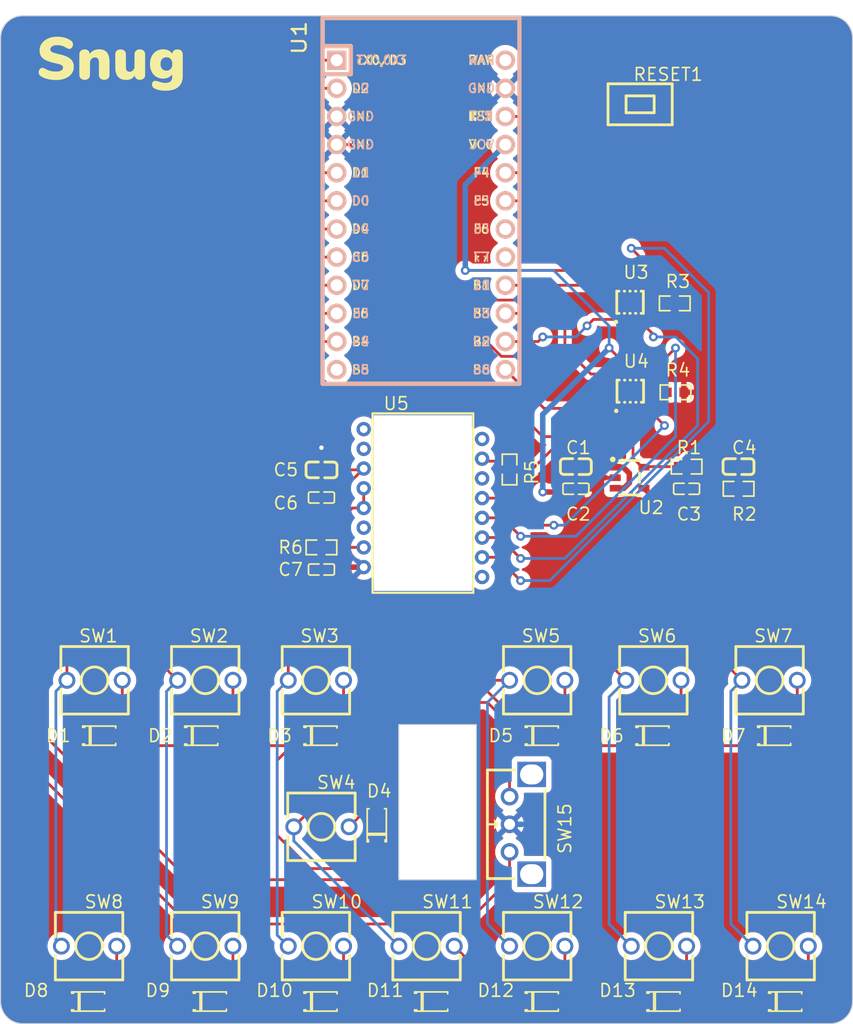
<source format=kicad_pcb>
(kicad_pcb (version 20221018) (generator pcbnew)
  (layers (0 "F.Cu" signal) (31 "B.Cu" signal) (34 "B.Paste" user) (35 "F.Paste" user) (36 "B.SilkS" user "B.Silkscreen") (37 "F.SilkS" user "F.Silkscreen") (38 "B.Mask" user) (39 "F.Mask" user) (44 "Edge.Cuts" user))
  (net 0 "")
  (net 1 "COL4")
  (net 2 "COL5")
  (net 3 "GND")
  (net 4 "RE0B")
  (net 5 "RE0A")
  (net 6 "COL0")
  (net 7 "COL1")
  (net 8 "COL2")
  (net 9 "COL3")
  (net 10 "COL6")
  (net 11 "NCS")
  (net 12 "MOSI")
  (net 13 "MISO")
  (net 14 "SCLK")
  (net 17 "ROW1")
  (net 18 "ROW0")
  (net 19 "VCC")
  (net 20 "RESET")
  (net 23 "Net-(D1-A)")
  (net 24 "Net-(D2-A)")
  (net 25 "Net-(D3-A)")
  (net 26 "Net-(D4-A)")
  (net 27 "Net-(D5-A)")
  (net 28 "Net-(D6-A)")
  (net 29 "Net-(D7-A)")
  (net 30 "Net-(D8-A)")
  (net 31 "Net-(D9-A)")
  (net 32 "Net-(D10-A)")
  (net 33 "Net-(D11-A)")
  (net 34 "Net-(D12-A)")
  (net 35 "Net-(D13-A)")
  (net 36 "Net-(D14-A)")
  (net 37 "Net-(U2-FB)")
  (net 38 "Net-(U2-OUT)")
  (net 39 "NCS1.9V")
  (net 40 "SCLK1.9V")
  (net 41 "MISO1.9V")
  (net 42 "MOSI1.9V")
  (net 43 "Net-(U5-VDDPIX)")
  (net 44 "Net-(U5-~{RESET})")
  (net 46 "Net-(U5-LED_P)")
  (footprint "0:C0402" (layer "F.Cu") (at 191 73.71)
    (fp_text reference "C3")
    (fp_text value "0.1uF" hide)
  )
  (footprint "0:SW-TH_L6.2-W6.2-P5.00" (layer "F.Cu") (at 199.5 115)
    (fp_text reference "SW14")
    (fp_text value "SW_PUSH" hide)
  )
  (footprint "0:Diode 1N4148W C2099" (layer "F.Cu") (at 137 120)
    (fp_text reference "D8")
    (fp_text value "D" hide)
  )
  (footprint "0:Diode 1N4148W C2099" (layer "F.Cu") (at 200 120)
    (fp_text reference "D14")
    (fp_text value "D" hide)
  )
  (footprint "0:SW-TH_L6.2-W6.2-P5.00" (layer "F.Cu") (at 167.5 115)
    (fp_text reference "SW11")
    (fp_text value "SW_PUSH" hide)
  )
  (footprint "0:Diode 1N4148W C2099" (layer "F.Cu") (at 158 120)
    (fp_text reference "D10")
    (fp_text value "D" hide)
  )
  (footprint "0:Diode 1N4148W C2099" (layer "F.Cu") (at 189 120)
    (fp_text reference "D13")
    (fp_text value "D" hide)
  )
  (footprint "0:SW-TH_L6.2-W6.2-P5.00" (layer "F.Cu") (at 147.5 115)
    (fp_text reference "SW9")
    (fp_text value "SW_PUSH" hide)
  )
  (footprint "0:Diode 1N4148W C2099" (layer "F.Cu") (at 199 96)
    (fp_text reference "D7")
    (fp_text value "D" hide)
  )
  (footprint "0:TXS0102DCUR C53434" (layer "F.Cu") (at 185.89 56.87)
    (fp_text reference "U3")
    (fp_text value "TXS0102DCU" hide)
  )
  (footprint "0:SW-TH_L6.2-W6.2-P5.00" (layer "F.Cu") (at 157.5 91)
    (fp_text reference "SW3")
    (fp_text value "SW_PUSH" hide)
  )
  (footprint "0:R0603" (layer "F.Cu") (at 190 65)
    (fp_text reference "R4")
    (fp_text value "10k" hide)
  )
  (footprint "0:SW-TH_L6.2-W6.2-P5.00" (layer "F.Cu") (at 188.5 115)
    (fp_text reference "SW13")
    (fp_text value "SW_PUSH" hide)
  )
  (footprint "Logos:Snug" (layer "F.Cu") (at 139 36)
    (fp_text reference "G***" hide)
    (fp_text value "LOGO" hide)
  )
  (footprint "0:C0402" (layer "F.Cu") (at 158 74.5 180)
    (fp_text reference "C6")
    (fp_text value "0.1uF" hide)
  )
  (footprint "0:C0603" (layer "F.Cu") (at 181 71.71)
    (fp_text reference "C1")
    (fp_text value "10uF" hide)
  )
  (footprint "0:Diode 1N4148W C2099" (layer "F.Cu") (at 158 96)
    (fp_text reference "D3")
    (fp_text value "D" hide)
  )
  (footprint "0:SW-TH_L6.2-W6.2-P5.00" (layer "F.Cu") (at 177.5 115)
    (fp_text reference "SW12")
    (fp_text value "SW_PUSH" hide)
  )
  (footprint "0:Diode 1N4148W C2099" (layer "F.Cu") (at 188 96)
    (fp_text reference "D6")
    (fp_text value "D" hide)
  )
  (footprint "0:R0603" (layer "F.Cu") (at 175 71.97 -90)
    (fp_text reference "R5")
    (fp_text value "39" hide)
  )
  (footprint "0:SW-TH_CEN971112R02" (layer "F.Cu") (at 176 104 -90)
    (fp_text reference "SW15")
    (fp_text value "RotaryEncoder" hide)
  )
  (footprint "0:C0402" (layer "F.Cu") (at 181 73.71)
    (fp_text reference "C2")
    (fp_text value "0.1uF" hide)
  )
  (footprint "0:SW-TH_L6.2-W6.2-P5.00" (layer "F.Cu") (at 188 91)
    (fp_text reference "SW6")
    (fp_text value "SW_PUSH" hide)
  )
  (footprint "PMW3360DM-T2QU:PMW3360" (layer "F.Cu") (at 167.17 75)
    (fp_text reference "U5")
    (fp_text value "PMW3360DM-T2QU")
    (fp_line (start -4.445 -7.9375) (end 4.445 -7.9375) (stroke (width 0.01)) (layer "Edge.Cuts"))
    (fp_line (start -4.445 7.9375) (end -4.445 -7.9375) (stroke (width 0.01)) (layer "Edge.Cuts"))
    (fp_line (start 4.445 -7.9375) (end 4.445 7.9375) (stroke (width 0.01)) (layer "Edge.Cuts"))
    (fp_line (start 4.445 7.9375) (end -4.445 7.9375) (stroke (width 0.01)) (layer "Edge.Cuts"))
  )
  (footprint "0:SW-TH_L6.2-W6.2-P5.00" (layer "F.Cu") (at 137 115)
    (fp_text reference "SW8")
    (fp_text value "SW_PUSH" hide)
  )
  (footprint "0:Diode 1N4148W C2099" (layer "F.Cu") (at 168 120)
    (fp_text reference "D11")
    (fp_text value "D" hide)
  )
  (footprint "0:SW-TH_L6.2-W6.2-P5.00" (layer "F.Cu") (at 137.5 91)
    (fp_text reference "SW1")
    (fp_text value "SW_PUSH" hide)
  )
  (footprint "0:R0603" (layer "F.Cu") (at 195.7 73.71)
    (fp_text reference "R2")
    (fp_text value "63.4k" hide)
  )
  (footprint "0:SW-TH_L6.2-W6.2-P5.00" (layer "F.Cu") (at 198.5 91)
    (fp_text reference "SW7")
    (fp_text value "SW_PUSH" hide)
  )
  (footprint "0:TXS0102DCUR C53434" (layer "F.Cu") (at 185.91 64.9)
    (fp_text reference "U4")
    (fp_text value "TXS0102DCU" hide)
  )
  (footprint "0:Diode 1N4148W C2099" (layer "F.Cu") (at 138 96)
    (fp_text reference "D1")
    (fp_text value "D" hide)
  )
  (footprint "0:Diode 1N4148W C2099" (layer "F.Cu") (at 178 96)
    (fp_text reference "D5")
    (fp_text value "D" hide)
  )
  (footprint "0:Diode 1N4148W C2099" (layer "F.Cu") (at 178 120)
    (fp_text reference "D12")
    (fp_text value "D" hide)
  )
  (footprint "0:Reset SW" (layer "F.Cu") (at 186.8 39)
    (fp_text reference "RESET1")
    (fp_text value "SW_PUSH" hide)
  )
  (footprint "0:R0603" (layer "F.Cu") (at 191 71.71)
    (fp_text reference "R1")
    (fp_text value "37.4k" hide)
  )
  (footprint "0:Diode 1N4148W C2099" (layer "F.Cu") (at 147.225 96)
    (fp_text reference "D2")
    (fp_text value "D" hide)
  )
  (footprint "Keebio Lib:ArduinoProMicro" (layer "F.Cu") (at 167 48.98675 -90)
    (fp_text reference "U1")
    (fp_text value "ProMicro" hide)
  )
  (footprint "0:R0603" (layer "F.Cu") (at 158 79)
    (fp_text reference "R6")
    (fp_text value "10k" hide)
  )
  (footprint "0:R0603" (layer "F.Cu") (at 189.93 56.97)
    (fp_text reference "R3")
    (fp_text value "10k" hide)
  )
  (footprint "0:SW-TH_L6.2-W6.2-P5.00" (layer "F.Cu") (at 177.5 91)
    (fp_text reference "SW5")
    (fp_text value "SW_PUSH" hide)
  )
  (footprint "0:SW-TH_L6.2-W6.2-P5.00" (layer "F.Cu") (at 157.5 115)
    (fp_text reference "SW10")
    (fp_text value "SW_PUSH" hide)
  )
  (footprint "0:Diode 1N4148W C2099" (layer "F.Cu") (at 148 120)
    (fp_text reference "D9")
    (fp_text value "D" hide)
  )
  (footprint "0:TPS73601DBVR C59200" (layer "F.Cu") (at 185.85 72.71 180)
    (fp_text reference "U2")
    (fp_text value "TPS73601DBV" hide)
  )
  (footprint "0:C0603" (layer "F.Cu") (at 158 72 180)
    (fp_text reference "C5")
    (fp_text value "10uF" hide)
  )
  (footprint "0:Diode 1N4148W C2099" (layer "F.Cu") (at 163 104 90)
    (fp_text reference "D4")
    (fp_text value "D" hide)
  )
  (footprint "0:C0603" (layer "F.Cu") (at 195.7 71.71)
    (fp_text reference "C4" hide)
    (fp_text value "10uF" hide)
  )
  (footprint "0:C0402" (layer "F.Cu") (at 158 81)
    (fp_text reference "C7")
    (fp_text value "0.1uF" hide)
  )
  (footprint "0:SW-TH_L6.2-W6.2-P5.00" (layer "F.Cu") (at 147.5 91)
    (fp_text reference "SW2")
    (fp_text value "SW_PUSH" hide)
  )
  (footprint "0:SW-TH_L6.2-W6.2-P5.00" (layer "F.Cu") (at 158 104.225)
    (fp_text reference "SW4")
    (fp_text value "SW_PUSH" hide)
  )
  (gr_line (start 129 120) (end 129 33) (stroke (width 0.1)) (layer "Edge.Cuts"))
  (gr_line (start 165 95) (end 172 95) (stroke (width 0.1)) (layer "Edge.Cuts"))
  (gr_arc (start 206 120) (mid 205.414214 121.414214) (end 204 122) (stroke (width 0.1)) (layer "Edge.Cuts"))
  (gr_line (start 165 109) (end 165 95) (stroke (width 0.1)) (layer "Edge.Cuts"))
  (gr_arc (start 129 33) (mid 129.585786 31.585786) (end 131 31) (stroke (width 0.1)) (layer "Edge.Cuts"))
  (gr_line (start 131 31) (end 204 31) (stroke (width 0.1)) (layer "Edge.Cuts"))
  (gr_line (start 206 33) (end 206 120) (stroke (width 0.1)) (layer "Edge.Cuts"))
  (gr_arc (start 204 31) (mid 205.414214 31.585786) (end 206 33) (stroke (width 0.1)) (layer "Edge.Cuts"))
  (gr_line (start 172 95) (end 172 109) (stroke (width 0.1)) (layer "Edge.Cuts"))
  (gr_arc (start 131 122) (mid 129.585786 121.414214) (end 129 120) (stroke (width 0.1)) (layer "Edge.Cuts"))
  (gr_line (start 172 109) (end 165 109) (stroke (width 0.1)) (layer "Edge.Cuts"))
  (gr_line (start 204 122) (end 131 122) (stroke (width 0.1)) (layer "Edge.Cuts"))
  (gr_text "C4" (at 195 70) (layer "F.SilkS") (effects (font (size 1.143 1.143) (thickness 0.152)) (justify left)))
  (segment (start 152 81) (end 156 85) (width 0.25) (layer "F.Cu") (net 1))
  (segment (start 152.66325 55.33675) (end 144 64) (width 0.25) (layer "F.Cu") (net 1))
  (segment (start 144 64) (end 144 77) (width 0.25) (layer "F.Cu") (net 1))
  (segment (start 159.38 55.33675) (end 152.66325 55.33675) (width 0.25) (layer "F.Cu") (net 1))
  (segment (start 165 91) (end 175 91) (width 0.25) (layer "F.Cu") (net 1))
  (segment (start 144 77) (end 148 81) (width 0.25) (layer "F.Cu") (net 1))
  (segment (start 159 85) (end 165 91) (width 0.25) (layer "F.Cu") (net 1))
  (segment (start 148 81) (end 152 81) (width 0.25) (layer "F.Cu") (net 1))
  (segment (start 156 85) (end 159 85) (width 0.25) (layer "F.Cu") (net 1))
  (segment (start 173 113) (end 175 115) (width 0.25) (layer "B.Cu") (net 1))
  (segment (start 175 91) (end 173 93) (width 0.25) (layer "B.Cu") (net 1))
  (segment (start 173 93) (end 173 113) (width 0.25) (layer "B.Cu") (net 1))
  (segment (start 146 77) (end 148 79) (width 0.25) (layer "F.Cu") (net 2))
  (segment (start 152 79) (end 156 83) (width 0.25) (layer "F.Cu") (net 2))
  (segment (start 181.5 87) (end 185.5 91) (width 0.25) (layer "F.Cu") (net 2))
  (segment (start 148 79) (end 152 79) (width 0.25) (layer "F.Cu") (net 2))
  (segment (start 146 65) (end 146 77) (width 0.25) (layer "F.Cu") (net 2))
  (segment (start 153.12325 57.87675) (end 146 65) (width 0.25) (layer "F.Cu") (net 2))
  (segment (start 163 87) (end 181.5 87) (width 0.25) (layer "F.Cu") (net 2))
  (segment (start 159.38 57.87675) (end 153.12325 57.87675) (width 0.25) (layer "F.Cu") (net 2))
  (segment (start 159 83) (end 163 87) (width 0.25) (layer "F.Cu") (net 2))
  (segment (start 156 83) (end 159 83) (width 0.25) (layer "F.Cu") (net 2))
  (segment (start 185.5 91) (end 184 92.5) (width 0.25) (layer "B.Cu") (net 2))
  (segment (start 184 92.5) (end 184 113) (width 0.25) (layer "B.Cu") (net 2))
  (segment (start 184 113) (end 186 115) (width 0.25) (layer "B.Cu") (net 2))
  (segment (start 190.85 64.903) (end 190.753 65) (width 0.5) (layer "F.Cu") (net 3))
  (segment (start 190.683 56.97) (end 190.85 57.137) (width 0.5) (layer "F.Cu") (net 3))
  (segment (start 185.66 65.75) (end 183.91 64) (width 0.25) (layer "F.Cu") (net 3))
  (segment (start 172.650145 60.14579) (end 172.650145 56.67545) (width 0.25) (layer "F.Cu") (net 3))
  (segment (start 160.63675 42.63675) (end 159.38 42.63675) (width 0.25) (layer "F.Cu") (net 3))
  (segment (start 182.63545 56.67545) (end 183.655 57.695) (width 0.25) (layer "F.Cu") (net 3))
  (segment (start 157.3 72) (end 157.3 70.7) (width 0.5) (layer "F.Cu") (net 3))
  (segment (start 172.650145 56.67545) (end 182.63545 56.67545) (width 0.25) (layer "F.Cu") (net 3))
  (segment (start 165 47) (end 160.63675 42.63675) (width 0.25) (layer "F.Cu") (net 3))
  (segment (start 157.3 72) (end 157.3 74.345) (width 0.5) (layer "F.Cu") (net 3))
  (segment (start 167 55) (end 172.14579 60.14579) (width 0.25) (layer "F.Cu") (net 3))
  (segment (start 185.66 66.45) (end 185.66 65.75) (width 0.25) (layer "F.Cu") (net 3))
  (segment (start 190.982 65) (end 190.753 65) (width 0.5) (layer "F.Cu") (net 3))
  (segment (start 182.7 72.71) (end 184.7125 72.71) (width 0.25) (layer "F.Cu") (net 3))
  (segment (start 167 55) (end 167 51.025305) (width 0.25) (layer "F.Cu") (net 3))
  (segment (start 157.3 74.345) (end 157.455 74.5) (width 0.5) (layer "F.Cu") (net 3))
  (segment (start 175.75545 61.75545) (end 174.259805 61.75545) (width 0.25) (layer "F.Cu") (net 3))
  (segment (start 172.14579 60.14579) (end 172.650145 60.14579) (width 0.25) (layer "F.Cu") (net 3))
  (segment (start 158.76 80.785) (end 158.545 81) (width 0.5) (layer "F.Cu") (net 3))
  (segment (start 185.64 57.72) (end 185.64 58.42) (width 0.25) (layer "F.Cu") (net 3))
  (segment (start 165 49.025305) (end 165 47) (width 0.25) (layer "F.Cu") (net 3))
  (segment (start 161.82 80.785) (end 158.76 80.785) (width 0.5) (layer "F.Cu") (net 3))
  (segment (start 167 51.025305) (end 165 49.025305) (width 0.25) (layer "F.Cu") (net 3))
  (segment (start 183.91 64) (end 178 64) (width 0.25) (layer "F.Cu") (net 3))
  (segment (start 157.3 70.7) (end 158 70) (width 0.5) (layer "F.Cu") (net 3))
  (segment (start 196.4 73.657) (end 196.453 73.71) (width 0.5) (layer "F.Cu") (net 3))
  (segment (start 183.655 57.695) (end 185.615 57.695) (width 0.25) (layer "F.Cu") (net 3))
  (segment (start 181.7 71.71) (end 182.7 72.71) (width 0.25) (layer "F.Cu") (net 3))
  (segment (start 178 64) (end 175.75545 61.75545) (width 0.25) (layer "F.Cu") (net 3))
  (segment (start 185.615 57.695) (end 185.64 57.72) (width 0.25) (layer "F.Cu") (net 3))
  (segment (start 174.259805 61.75545) (end 172.650145 60.14579) (width 0.25) (layer "F.Cu") (net 3))
  (via (at 158 70) (size 0.8) (drill 0.4) (layers "F.Cu" "B.Cu") (net 3))
  (segment (start 165 48.25675) (end 165 53) (width 0.5) (layer "B.Cu") (net 3))
  (segment (start 158 70) (end 158 68) (width 0.5) (layer "B.Cu") (net 3))
  (segment (start 159 66) (end 165 60) (width 0.5) (layer "B.Cu") (net 3))
  (segment (start 158 67) (end 159 66) (width 0.5) (layer "B.Cu") (net 3))
  (segment (start 159.38 42.63675) (end 165 48.25675) (width 0.5) (layer "B.Cu") (net 3))
  (segment (start 175 104) (end 176.13137 104) (width 0.5) (layer "B.Cu") (net 3))
  (segment (start 158 68) (end 158 67) (width 0.5) (layer "B.Cu") (net 3))
  (segment (start 165 60) (end 165 53) (width 0.5) (layer "B.Cu") (net 3))
  (segment (start 131 59) (end 154.98325 35.01675) (width 0.25) (layer "F.Cu") (net 4))
  (segment (start 175 109) (end 171 113) (width 0.25) (layer "F.Cu") (net 4))
  (segment (start 131 98) (end 131 59) (width 0.25) (layer "F.Cu") (net 4))
  (segment (start 159.38 35.01675) (end 154.98325 35.01675) (width 0.25) (layer "F.Cu") (net 4))
  (segment (start 146 113) (end 131 98) (width 0.25) (layer "F.Cu") (net 4))
  (segment (start 171 113) (end 146 113) (width 0.25) (layer "F.Cu") (net 4))
  (segment (start 175 106.5) (end 175 109) (width 0.25) (layer "F.Cu") (net 4))
  (segment (start 154.44325 37.55675) (end 133 59) (width 0.25) (layer "F.Cu") (net 5))
  (segment (start 175 95) (end 175 101.5) (width 0.25) (layer "F.Cu") (net 5))
  (segment (start 133 59) (end 133 96) (width 0.25) (layer "F.Cu") (net 5))
  (segment (start 161.55 109) (end 164 106.55) (width 0.25) (layer "F.Cu") (net 5))
  (segment (start 165 93) (end 173 93) (width 0.25) (layer "F.Cu") (net 5))
  (segment (start 159.38 37.55675) (end 154.44325 37.55675) (width 0.25) (layer "F.Cu") (net 5))
  (segment (start 133 96) (end 146 109) (width 0.25) (layer "F.Cu") (net 5))
  (segment (start 164 94) (end 165 93) (width 0.25) (layer "F.Cu") (net 5))
  (segment (start 146 109) (end 161.55 109) (width 0.25) (layer "F.Cu") (net 5))
  (segment (start 173 93) (end 175 95) (width 0.25) (layer "F.Cu") (net 5))
  (segment (start 164 106.55) (end 164 94) (width 0.25) (layer "F.Cu") (net 5))
  (segment (start 150.82325 45.17675) (end 135 61) (width 0.25) (layer "F.Cu") (net 6))
  (segment (start 159.38 45.17675) (end 150.82325 45.17675) (width 0.25) (layer "F.Cu") (net 6))
  (segment (start 135 61) (end 135 91) (width 0.25) (layer "F.Cu") (net 6))
  (segment (start 134 114.5) (end 134.5 115) (width 0.25) (layer "B.Cu") (net 6))
  (segment (start 134 92) (end 134 114.5) (width 0.25) (layer "B.Cu") (net 6))
  (segment (start 135 91) (end 134 92) (width 0.25) (layer "B.Cu") (net 6))
  (segment (start 138 84) (end 145 91) (width 0.25) (layer "F.Cu") (net 7))
  (segment (start 151.28325 47.71675) (end 138 61) (width 0.25) (layer "F.Cu") (net 7))
  (segment (start 138 61) (end 138 84) (width 0.25) (layer "F.Cu") (net 7))
  (segment (start 159.38 47.71675) (end 151.28325 47.71675) (width 0.25) (layer "F.Cu") (net 7))
  (segment (start 144 92) (end 144 114) (width 0.25) (layer "B.Cu") (net 7))
  (segment (start 144 114) (end 145 115) (width 0.25) (layer "B.Cu") (net 7))
  (segment (start 145 91) (end 144 92) (width 0.25) (layer "B.Cu") (net 7))
  (segment (start 140 80) (end 145 85) (width 0.25) (layer "F.Cu") (net 8))
  (segment (start 159.38 50.25675) (end 151.74325 50.25675) (width 0.25) (layer "F.Cu") (net 8))
  (segment (start 140 62) (end 140 80) (width 0.25) (layer "F.Cu") (net 8))
  (segment (start 151.74325 50.25675) (end 140 62) (width 0.25) (layer "F.Cu") (net 8))
  (segment (start 151 85) (end 155 89) (width 0.25) (layer "F.Cu") (net 8))
  (segment (start 145 85) (end 151 85) (width 0.25) (layer "F.Cu") (net 8))
  (segment (start 155 89) (end 155 91) (width 0.25) (layer "F.Cu") (net 8))
  (segment (start 154 114) (end 155 115) (width 0.25) (layer "B.Cu") (net 8))
  (segment (start 155 91) (end 154 92) (width 0.25) (layer "B.Cu") (net 8))
  (segment (start 154 92) (end 154 114) (width 0.25) (layer "B.Cu") (net 8))
  (segment (start 159.38 52.79675) (end 152.20325 52.79675) (width 0.25) (layer "F.Cu") (net 9))
  (segment (start 156 87) (end 159 87) (width 0.25) (layer "F.Cu") (net 9))
  (segment (start 162 97.725) (end 155.5 104.225) (width 0.25) (layer "F.Cu") (net 9))
  (segment (start 142 63) (end 142 78) (width 0.25) (layer "F.Cu") (net 9))
  (segment (start 142 78) (end 147 83) (width 0.25) (layer "F.Cu") (net 9))
  (segment (start 159 87) (end 162 90) (width 0.25) (layer "F.Cu") (net 9))
  (segment (start 147 83) (end 152 83) (width 0.25) (layer "F.Cu") (net 9))
  (segment (start 152.20325 52.79675) (end 142 63) (width 0.25) (layer "F.Cu") (net 9))
  (segment (start 152 83) (end 156 87) (width 0.25) (layer "F.Cu") (net 9))
  (segment (start 162 90) (end 162 97.725) (width 0.25) (layer "F.Cu") (net 9))
  (segment (start 155.5 104.225) (end 155.5 105.5) (width 0.25) (layer "B.Cu") (net 9))
  (segment (start 155.5 105.5) (end 165 115) (width 0.25) (layer "B.Cu") (net 9))
  (segment (start 159.38 60.41675) (end 153.58325 60.41675) (width 0.25) (layer "F.Cu") (net 10))
  (segment (start 148 66) (end 148 75) (width 0.25) (layer "F.Cu") (net 10))
  (segment (start 159.55 82.55) (end 163 86) (width 0.25) (layer "F.Cu") (net 10))
  (segment (start 163 86) (end 191 86) (width 0.25) (layer "F.Cu") (net 10))
  (segment (start 156.55 82.55) (end 159.55 82.55) (width 0.25) (layer "F.Cu") (net 10))
  (segment (start 153.58325 60.41675) (end 148 66) (width 0.25) (layer "F.Cu") (net 10))
  (segment (start 148 75) (end 150 77) (width 0.25) (layer "F.Cu") (net 10))
  (segment (start 150 77) (end 151 77) (width 0.25) (layer "F.Cu") (net 10))
  (segment (start 151 77) (end 156.55 82.55) (width 0.25) (layer "F.Cu") (net 10))
  (segment (start 191 86) (end 196 91) (width 0.25) (layer "F.Cu") (net 10))
  (segment (start 195 113) (end 197 115) (width 0.25) (layer "B.Cu") (net 10))
  (segment (start 195 92) (end 195 113) (width 0.25) (layer "B.Cu") (net 10))
  (segment (start 196 91) (end 195 92) (width 0.25) (layer "B.Cu") (net 10))
  (segment (start 185.16 66.45) (end 178.11325 66.45) (width 0.25) (layer "F.Cu") (net 11))
  (segment (start 178.11325 66.45) (end 174.62 62.95675) (width 0.25) (layer "F.Cu") (net 11))
  (segment (start 182.58 58.42) (end 182 59) (width 0.25) (layer "F.Cu") (net 12))
  (segment (start 185.14 58.42) (end 182.58 58.42) (width 0.25) (layer "F.Cu") (net 12))
  (segment (start 174.62 60.41675) (end 177.58325 60.41675) (width 0.25) (layer "F.Cu") (net 12))
  (segment (start 177.58325 60.41675) (end 178 60) (width 0.25) (layer "F.Cu") (net 12))
  (via (at 182 59) (size 0.8) (drill 0.4) (layers "F.Cu" "B.Cu") (net 12))
  (via (at 178 60) (size 0.8) (drill 0.4) (layers "F.Cu" "B.Cu") (net 12))
  (segment (start 178 60) (end 181 60) (width 0.25) (layer "B.Cu") (net 12))
  (segment (start 181 60) (end 182 59) (width 0.25) (layer "B.Cu") (net 12))
  (segment (start 180 61) (end 180 59) (width 0.25) (layer "F.Cu") (net 13))
  (segment (start 182.35 63.35) (end 180 61) (width 0.25) (layer "F.Cu") (net 13))
  (segment (start 174.62 57.87675) (end 178.87675 57.87675) (width 0.25) (layer "F.Cu") (net 13))
  (segment (start 185.16 63.35) (end 182.35 63.35) (width 0.25) (layer "F.Cu") (net 13))
  (segment (start 178.87675 57.87675) (end 180 59) (width 0.25) (layer "F.Cu") (net 13))
  (segment (start 174.62 55.33675) (end 185.12325 55.33675) (width 0.25) (layer "F.Cu") (net 14))
  (segment (start 185.12325 55.33675) (end 185.14 55.32) (width 0.25) (layer "F.Cu") (net 14))
  (segment (start 155.408 96.9) (end 156.308 96) (width 0.25) (layer "F.Cu") (net 17))
  (segment (start 158.775 105.775) (end 158 105) (width 0.25) (layer "F.Cu") (net 17))
  (segment (start 155.425 96.8) (end 156.225 96) (width 0.25) (layer "F.Cu") (net 17))
  (segment (start 176.225 95.225) (end 176.225 96) (width 0.25) (layer "F.Cu") (net 17))
  (segment (start 173 92) (end 176.225 95.225) (width 0.25) (layer "F.Cu") (net 17))
  (segment (start 186.71675 47.71675) (end 174.62 47.71675) (width 0.25) (layer "F.Cu") (net 17))
  (segment (start 146.433 96.9) (end 155.408 96.9) (width 0.25) (layer "F.Cu") (net 17))
  (segment (start 176.308 96) (end 177.208 96.9) (width 0.25) (layer "F.Cu") (net 17))
  (segment (start 163 99) (end 163 94) (width 0.25) (layer "F.Cu") (net 17))
  (segment (start 186.308 96) (end 187.208 96.9) (width 0.25) (layer "F.Cu") (net 17))
  (segment (start 199 91) (end 199 60) (width 0.25) (layer "F.Cu") (net 17))
  (segment (start 197.225 92.775) (end 199 91) (width 0.25) (layer "F.Cu") (net 17))
  (segment (start 137.208 96.9) (end 144.633 96.9) (width 0.25) (layer "F.Cu") (net 17))
  (segment (start 163 94) (end 165 92) (width 0.25) (layer "F.Cu") (net 17))
  (segment (start 157 108) (end 161 108) (width 0.25) (layer "F.Cu") (net 17))
  (segment (start 136.308 96) (end 137.208 96.9) (width 0.25) (layer "F.Cu") (net 17))
  (segment (start 158 104) (end 163 99) (width 0.25) (layer "F.Cu") (net 17))
  (segment (start 158 105) (end 158 104) (width 0.25) (layer "F.Cu") (net 17))
  (segment (start 199 60) (end 186.71675 47.71675) (width 0.25) (layer "F.Cu") (net 17))
  (segment (start 156.225 96) (end 154 98.225) (width 0.25) (layer "F.Cu") (net 17))
  (segment (start 197.225 96) (end 197.225 92.775) (width 0.25) (layer "F.Cu") (net 17))
  (segment (start 154 98.225) (end 154 105) (width 0.25) (layer "F.Cu") (net 17))
  (segment (start 163 105.775) (end 158.775 105.775) (width 0.25) (layer "F.Cu") (net 17))
  (segment (start 196.408 96.9) (end 197.308 96) (width 0.25) (layer "F.Cu") (net 17))
  (segment (start 145.533 96) (end 146.433 96.9) (width 0.25) (layer "F.Cu") (net 17))
  (segment (start 144.633 96.9) (end 145.533 96) (width 0.25) (layer "F.Cu") (net 17))
  (segment (start 163 106) (end 163 105.775) (width 0.25) (layer "F.Cu") (net 17))
  (segment (start 185.408 96.9) (end 186.308 96) (width 0.25) (layer "F.Cu") (net 17))
  (segment (start 161 108) (end 163 106) (width 0.25) (layer "F.Cu") (net 17))
  (segment (start 165 92) (end 173 92) (width 0.25) (layer "F.Cu") (net 17))
  (segment (start 177.208 96.9) (end 185.408 96.9) (width 0.25) (layer "F.Cu") (net 17))
  (segment (start 187.208 96.9) (end 196.408 96.9) (width 0.25) (layer "F.Cu") (net 17))
  (segment (start 154 105) (end 157 108) (width 0.25) (layer "F.Cu") (net 17))
  (segment (start 203 74) (end 200 71) (width 0.25) (layer "F.Cu") (net 18))
  (segment (start 147.208 120.9) (end 155.408 120.9) (width 0.25) (layer "F.Cu") (net 18))
  (segment (start 186.408 120.9) (end 187.308 120) (width 0.25) (layer "F.Cu") (net 18))
  (segment (start 176.308 120) (end 177.208 120.9) (width 0.25) (layer "F.Cu") (net 18))
  (segment (start 145.408 120.9) (end 146.308 120) (width 0.25) (layer "F.Cu") (net 18))
  (segment (start 156.308 120) (end 157.208 120.9) (width 0.25) (layer "F.Cu") (net 18))
  (segment (start 199 116) (end 199 101) (width 0.25) (layer "F.Cu") (net 18))
  (segment (start 166.308 120) (end 167.208 120.9) (width 0.25) (layer "F.Cu") (net 18))
  (segment (start 165.408 120.9) (end 166.308 120) (width 0.25) (layer "F.Cu") (net 18))
  (segment (start 135.308 120) (end 136.208 120.9) (width 0.25) (layer "F.Cu") (net 18))
  (segment (start 136.208 120.9) (end 145.408 120.9) (width 0.25) (layer "F.Cu") (net 18))
  (segment (start 197.408 120.9) (end 198.308 120) (width 0.25) (layer "F.Cu") (net 18))
  (segment (start 200 59) (end 186.17675 45.17675) (width 0.25) (layer "F.Cu") (net 18))
  (segment (start 203 97) (end 203 74) (width 0.25) (layer "F.Cu") (net 18))
  (segment (start 175.408 120.9) (end 176.308 120) (width 0.25) (layer "F.Cu") (net 18))
  (segment (start 186.17675 45.17675) (end 174.62 45.17675) (width 0.25) (layer "F.Cu") (net 18))
  (segment (start 157.208 120.9) (end 165.408 120.9) (width 0.25) (layer "F.Cu") (net 18))
  (segment (start 199 101) (end 203 97) (width 0.25) (layer "F.Cu") (net 18))
  (segment (start 167.208 120.9) (end 175.408 120.9) (width 0.25) (layer "F.Cu") (net 18))
  (segment (start 187.308 120) (end 188.208 120.9) (width 0.25) (layer "F.Cu") (net 18))
  (segment (start 188.208 120.9) (end 197.408 120.9) (width 0.25) (layer "F.Cu") (net 18))
  (segment (start 198.225 116.775) (end 199 116) (width 0.25) (layer "F.Cu") (net 18))
  (segment (start 198.225 120) (end 198.225 116.775) (width 0.25) (layer "F.Cu") (net 18))
  (segment (start 146.308 120) (end 147.208 120.9) (width 0.25) (layer "F.Cu") (net 18))
  (segment (start 155.408 120.9) (end 156.308 120) (width 0.25) (layer "F.Cu") (net 18))
  (segment (start 177.208 120.9) (end 186.408 120.9) (width 0.25) (layer "F.Cu") (net 18))
  (segment (start 200 71) (end 200 59) (width 0.25) (layer "F.Cu") (net 18))
  (segment (start 185.825 73.175) (end 185.825 72.311472) (width 0.5) (layer "F.Cu") (net 19))
  (segment (start 183.7625 70.81) (end 180.85 70.81) (width 0.5) (layer "F.Cu") (net 19))
  (segment (start 184.7125 73.66) (end 185.34 73.66) (width 0.5) (layer "F.Cu") (net 19))
  (segment (start 185.64 55.32) (end 185.64 54.62) (width 0.25) (layer "F.Cu") (net 19))
  (segment (start 180.3 71.71) (end 180.3 73.555) (width 0.5) (layer "F.Cu") (net 19))
  (segment (start 185.66 63.35) (end 185.66 62.66) (width 0.25) (layer "F.Cu") (net 19))
  (segment (start 180.165 74) (end 180.455 73.71) (width 0.5) (layer "F.Cu") (net 19))
  (segment (start 180.3 73.555) (end 180.455 73.71) (width 0.5) (layer "F.Cu") (net 19))
  (segment (start 185.02 54) (end 171 54) (width 0.25) (layer "F.Cu") (net 19))
  (segment (start 180.85 70.81) (end 180.3 71.36) (width 0.5) (layer "F.Cu") (net 19))
  (segment (start 178 74) (end 180.165 74) (width 0.5) (layer "F.Cu") (net 19))
  (segment (start 185.825 72.311472) (end 185.273528 71.76) (width 0.5) (layer "F.Cu") (net 19))
  (segment (start 185.273528 71.76) (end 184.7125 71.76) (width 0.5) (layer "F.Cu") (net 19))
  (segment (start 184.7125 71.76) (end 183.7625 70.81) (width 0.5) (layer "F.Cu") (net 19))
  (segment (start 185.64 54.62) (end 185.02 54) (width 0.25) (layer "F.Cu") (net 19))
  (segment (start 185.34 73.66) (end 185.825 73.175) (width 0.5) (layer "F.Cu") (net 19))
  (segment (start 180.3 71.36) (end 180.3 71.71) (width 0.5) (layer "F.Cu") (net 19))
  (segment (start 185.66 62.66) (end 184 61) (width 0.25) (layer "F.Cu") (net 19))
  (via (at 178 74) (size 0.8) (drill 0.4) (layers "F.Cu" "B.Cu") (net 19))
  (via (at 184 61) (size 0.8) (drill 0.4) (layers "F.Cu" "B.Cu") (net 19))
  (via (at 171 54) (size 0.8) (drill 0.4) (layers "F.Cu" "B.Cu") (net 19))
  (segment (start 174.62 42.63675) (end 171 46.25675) (width 0.5) (layer "B.Cu") (net 19))
  (segment (start 184 61) (end 184 59) (width 0.25) (layer "B.Cu") (net 19))
  (segment (start 178 67) (end 184 61) (width 0.5) (layer "B.Cu") (net 19))
  (segment (start 184 59) (end 179 54) (width 0.25) (layer "B.Cu") (net 19))
  (segment (start 178 74) (end 178 67) (width 0.5) (layer "B.Cu") (net 19))
  (segment (start 171 46.25675) (end 171 54) (width 0.5) (layer "B.Cu") (net 19))
  (segment (start 179 54) (end 171 54) (width 0.25) (layer "B.Cu") (net 19))
  (segment (start 180 39) (end 178.90325 40.09675) (width 0.25) (layer "F.Cu") (net 20))
  (segment (start 178.90325 40.09675) (end 174.62 40.09675) (width 0.25) (layer "F.Cu") (net 20))
  (segment (start 182.6 39) (end 180 39) (width 0.25) (layer "F.Cu") (net 20))
  (segment (start 140 95.775) (end 139.775 96) (width 0.25) (layer "F.Cu") (net 23))
  (segment (start 140 91) (end 140 95.775) (width 0.25) (layer "F.Cu") (net 23))
  (segment (start 150 95) (end 149 96) (width 0.25) (layer "F.Cu") (net 24))
  (segment (start 150 91) (end 150 95) (width 0.25) (layer "F.Cu") (net 24))
  (segment (start 160 91) (end 160 95.775) (width 0.25) (layer "F.Cu") (net 25))
  (segment (start 160 95.775) (end 159.775 96) (width 0.25) (layer "F.Cu") (net 25))
  (segment (start 160.5 104.225) (end 162.5 102.225) (width 0.25) (layer "F.Cu") (net 26))
  (segment (start 162.5 102.225) (end 163 102.225) (width 0.25) (layer "F.Cu") (net 26))
  (segment (start 180 91) (end 180 95.775) (width 0.25) (layer "F.Cu") (net 27))
  (segment (start 180 95.775) (end 179.775 96) (width 0.25) (layer "F.Cu") (net 27))
  (segment (start 190.5 95.275) (end 189.775 96) (width 0.25) (layer "F.Cu") (net 28))
  (segment (start 190.5 91) (end 190.5 95.275) (width 0.25) (layer "F.Cu") (net 28))
  (segment (start 201 95.775) (end 200.775 96) (width 0.25) (layer "F.Cu") (net 29))
  (segment (start 201 91) (end 201 95.775) (width 0.25) (layer "F.Cu") (net 29))
  (segment (start 139.5 115) (end 139.5 119.275) (width 0.25) (layer "F.Cu") (net 30))
  (segment (start 139.5 119.275) (end 138.775 120) (width 0.25) (layer "F.Cu") (net 30))
  (segment (start 150 119.775) (end 149.775 120) (width 0.25) (layer "F.Cu") (net 31))
  (segment (start 150 115) (end 150 119.775) (width 0.25) (layer "F.Cu") (net 31))
  (segment (start 160 115) (end 160 119.775) (width 0.25) (layer "F.Cu") (net 32))
  (segment (start 160 119.775) (end 159.775 120) (width 0.25) (layer "F.Cu") (net 32))
  (segment (start 171 118.775) (end 169.775 120) (width 0.25) (layer "F.Cu") (net 33))
  (segment (start 171 116) (end 171 118.775) (width 0.25) (layer "F.Cu") (net 33))
  (segment (start 170 115) (end 171 116) (width 0.25) (layer "F.Cu") (net 33))
  (segment (start 180 119.775) (end 179.775 120) (width 0.25) (layer "F.Cu") (net 34))
  (segment (start 180 115) (end 180 119.775) (width 0.25) (layer "F.Cu") (net 34))
  (segment (start 191 119.775) (end 190.775 120) (width 0.25) (layer "F.Cu") (net 35))
  (segment (start 191 115) (end 191 119.775) (width 0.25) (layer "F.Cu") (net 35))
  (segment (start 202 115) (end 202 119.775) (width 0.25) (layer "F.Cu") (net 36))
  (segment (start 202 119.775) (end 201.775 120) (width 0.25) (layer "F.Cu") (net 36))
  (segment (start 191.753 73.502) (end 191.545 73.71) (width 0.25) (layer "F.Cu") (net 37))
  (segment (start 191.753 71.71) (end 191.753 73.502) (width 0.25) (layer "F.Cu") (net 37))
  (segment (start 194.947 73.71) (end 191.545 73.71) (width 0.25) (layer "F.Cu") (net 37))
  (segment (start 188.3275 75) (end 190.48 75) (width 0.25) (layer "F.Cu") (net 37))
  (segment (start 190.48 75) (end 191.545 73.935) (width 0.25) (layer "F.Cu") (net 37))
  (segment (start 191.545 73.935) (end 191.545 73.71) (width 0.25) (layer "F.Cu") (net 37))
  (segment (start 186.9875 73.66) (end 188.3275 75) (width 0.25) (layer "F.Cu") (net 37))
  (segment (start 174 65) (end 160 65) (width 0.25) (layer "F.Cu") (net 38))
  (segment (start 186.14 56.02) (end 186.14 55.32) (width 0.25) (layer "F.Cu") (net 38))
  (segment (start 187.0375 71.71) (end 190.247 71.71) (width 0.25) (layer "F.Cu") (net 38))
  (segment (start 187.09 56.97) (end 187.03 56.97) (width 0.25) (layer "F.Cu") (net 38))
  (segment (start 178 69) (end 174 65) (width 0.25) (layer "F.Cu") (net 38))
  (segment (start 160.802 75.445) (end 161.82 75.445) (width 0.25) (layer "F.Cu") (net 38))
  (segment (start 187.03 56.97) (end 186.14 57.86) (width 0.25) (layer "F.Cu") (net 38))
  (segment (start 189.177 56.97) (end 187.09 56.97) (width 0.25) (layer "F.Cu") (net 38))
  (segment (start 157.455 79.208) (end 157.247 79) (width 0.25) (layer "F.Cu") (net 38))
  (segment (start 156 69) (end 156 77) (width 0.25) (layer "F.Cu") (net 38))
  (segment (start 157.247 78.247) (end 157.247 79) (width 0.25) (layer "F.Cu") (net 38))
  (segment (start 186.14 58.42) (end 186.14 63.33) (width 0.25) (layer "F.Cu") (net 38))
  (segment (start 157.455 81) (end 157.455 79.208) (width 0.25) (layer "F.Cu") (net 38))
  (segment (start 186.9875 71.76) (end 187.0375 71.71) (width 0.25) (layer "F.Cu") (net 38))
  (segment (start 194.243 70.953) (end 195 71.71) (width 0.25) (layer "F.Cu") (net 38))
  (segment (start 186.16 70.9325) (end 186.16 67) (width 0.25) (layer "F.Cu") (net 38))
  (segment (start 161.82 75.445) (end 161.82 73.665) (width 0.25) (layer "F.Cu") (net 38))
  (segment (start 156 77) (end 157.247 78.247) (width 0.25) (layer "F.Cu") (net 38))
  (segment (start 180 69) (end 184.16 69) (width 0.25) (layer "F.Cu") (net 38))
  (segment (start 157.247 79) (end 160.802 75.445) (width 0.25) (layer "F.Cu") (net 38))
  (segment (start 187 65) (end 186.16 65.84) (width 0.25) (layer "F.Cu") (net 38))
  (segment (start 190.247 71.71) (end 190.247 73.502) (width 0.25) (layer "F.Cu") (net 38))
  (segment (start 186.14 57.86) (end 186.14 58.42) (width 0.25) (layer "F.Cu") (net 38))
  (segment (start 187.09 56.97) (end 186.14 56.02) (width 0.25) (layer "F.Cu") (net 38))
  (segment (start 190.247 73.502) (end 190.455 73.71) (width 0.25) (layer "F.Cu") (net 38))
  (segment (start 175 72.723) (end 176.277 72.723) (width 0.25) (layer "F.Cu") (net 38))
  (segment (start 186.16 65.84) (end 186.16 66.45) (width 0.25) (layer "F.Cu") (net 38))
  (segment (start 189.247 65) (end 187.11 65) (width 0.25) (layer "F.Cu") (net 38))
  (segment (start 186.14 63.33) (end 186.16 63.35) (width 0.25) (layer "F.Cu") (net 38))
  (segment (start 186.16 67) (end 186.16 66.45) (width 0.25) (layer "F.Cu") (net 38))
  (segment (start 186.9875 71.76) (end 186.16 70.9325) (width 0.25) (layer "F.Cu") (net 38))
  (segment (start 176.277 72.723) (end 180 69) (width 0.25) (layer "F.Cu") (net 38))
  (segment (start 184.16 69) (end 186.16 67) (width 0.25) (layer "F.Cu") (net 38))
  (segment (start 190.247 71.71) (end 191.004 70.953) (width 0.25) (layer "F.Cu") (net 38))
  (segment (start 180 69) (end 178 69) (width 0.25) (layer "F.Cu") (net 38))
  (segment (start 160 65) (end 156 69) (width 0.25) (layer "F.Cu") (net 38))
  (segment (start 186.16 64.05) (end 186.16 63.35) (width 0.25) (layer "F.Cu") (net 38))
  (segment (start 191.004 70.953) (end 194.243 70.953) (width 0.25) (layer "F.Cu") (net 38))
  (segment (start 187.11 65) (end 186.16 64.05) (width 0.25) (layer "F.Cu") (net 38))
  (segment (start 187.11 65) (end 187 65) (width 0.25) (layer "F.Cu") (net 38))
  (segment (start 177 77) (end 174.555 74.555) (width 0.25) (layer "F.Cu") (net 39))
  (segment (start 174.555 74.555) (end 172.52 74.555) (width 0.25) (layer "F.Cu") (net 39))
  (segment (start 186.66 66.45) (end 187.45 66.45) (width 0.25) (layer "F.Cu") (net 39))
  (segment (start 187.45 66.45) (end 189 68) (width 0.25) (layer "F.Cu") (net 39))
  (segment (start 179 77) (end 177 77) (width 0.25) (layer "F.Cu") (net 39))
  (via (at 179 77) (size 0.8) (drill 0.4) (layers "F.Cu" "B.Cu") (net 39))
  (via (at 189 68) (size 0.8) (drill 0.4) (layers "F.Cu" "B.Cu") (net 39))
  (segment (start 179 77) (end 180 77) (width 0.25) (layer "B.Cu") (net 39))
  (segment (start 180 77) (end 189 68) (width 0.25) (layer "B.Cu") (net 39))
  (segment (start 172.52 79.895) (end 173.895 79.895) (width 0.25) (layer "F.Cu") (net 40))
  (segment (start 173.895 79.895) (end 176 82) (width 0.25) (layer "F.Cu") (net 40))
  (segment (start 186.64 52.64) (end 186 52) (width 0.25) (layer "F.Cu") (net 40))
  (segment (start 186.64 55.32) (end 186.64 52.64) (width 0.25) (layer "F.Cu") (net 40))
  (via (at 186 52) (size 0.8) (drill 0.4) (layers "F.Cu" "B.Cu") (net 40))
  (via (at 176 82) (size 0.8) (drill 0.4) (layers "F.Cu" "B.Cu") (net 40))
  (segment (start 193 56) (end 189 52) (width 0.25) (layer "B.Cu") (net 40))
  (segment (start 178.636396 82) (end 193 67.636396) (width 0.25) (layer "B.Cu") (net 40))
  (segment (start 193 67.636396) (end 193 56) (width 0.25) (layer "B.Cu") (net 40))
  (segment (start 189 52) (end 186 52) (width 0.25) (layer "B.Cu") (net 40))
  (segment (start 176 82) (end 178.636396 82) (width 0.25) (layer "B.Cu") (net 40))
  (segment (start 172.52 76.335) (end 174.335 76.335) (width 0.25) (layer "F.Cu") (net 41))
  (segment (start 174.335 76.335) (end 176 78) (width 0.25) (layer "F.Cu") (net 41))
  (segment (start 186.66 63.35) (end 187.65 63.35) (width 0.25) (layer "F.Cu") (net 41))
  (segment (start 187.65 63.35) (end 190 61) (width 0.25) (layer "F.Cu") (net 41))
  (via (at 176 78) (size 0.8) (drill 0.4) (layers "F.Cu" "B.Cu") (net 41))
  (via (at 190 61) (size 0.8) (drill 0.4) (layers "F.Cu" "B.Cu") (net 41))
  (segment (start 181 78) (end 190 69) (width 0.25) (layer "B.Cu") (net 41))
  (segment (start 176 78) (end 181 78) (width 0.25) (layer "B.Cu") (net 41))
  (segment (start 190 69) (end 190 61) (width 0.25) (layer "B.Cu") (net 41))
  (segment (start 188 60) (end 188 59.78) (width 0.25) (layer "F.Cu") (net 42))
  (segment (start 172.52 78.115) (end 174.115 78.115) (width 0.25) (layer "F.Cu") (net 42))
  (segment (start 174.115 78.115) (end 176 80) (width 0.25) (layer "F.Cu") (net 42))
  (segment (start 186.64 58.42) (end 188 59.78) (width 0.25) (layer "F.Cu") (net 42))
  (via (at 188 60) (size 0.8) (drill 0.4) (layers "F.Cu" "B.Cu") (net 42))
  (via (at 176 80) (size 0.8) (drill 0.4) (layers "F.Cu" "B.Cu") (net 42))
  (segment (start 190.025305 60) (end 188 60) (width 0.25) (layer "B.Cu") (net 42))
  (segment (start 192 68) (end 192 61.974695) (width 0.25) (layer "B.Cu") (net 42))
  (segment (start 176 80) (end 180 80) (width 0.25) (layer "B.Cu") (net 42))
  (segment (start 192 61.974695) (end 190.025305 60) (width 0.25) (layer "B.Cu") (net 42))
  (segment (start 180 80) (end 192 68) (width 0.25) (layer "B.Cu") (net 42))
  (segment (start 159.205 74.5) (end 161.82 71.885) (width 0.25) (layer "F.Cu") (net 43))
  (segment (start 161.705 72) (end 161.82 71.885) (width 0.25) (layer "F.Cu") (net 43))
  (segment (start 158.545 74.5) (end 159.205 74.5) (width 0.25) (layer "F.Cu") (net 43))
  (segment (start 158.7 72) (end 161.705 72) (width 0.25) (layer "F.Cu") (net 43))
  (segment (start 158.753 79) (end 161.815 79) (width 0.25) (layer "F.Cu") (net 44))
  (segment (start 161.815 79) (end 161.82 79.005) (width 0.25) (layer "F.Cu") (net 44))
  (segment (start 172.742 71.217) (end 172.52 70.995) (width 0.25) (layer "F.Cu") (net 46))
  (segment (start 175 71.217) (end 172.742 71.217) (width 0.25) (layer "F.Cu") (net 46))
  (zone (net 3) (net_name "GND") (layers "F&B.Cu") (connect_pads (clearance 0.5)) (min_thickness 0.25) (fill yes (thermal_gap 0.5) (thermal_bridge_width 0.5))
    (polygon (pts (xy 129 31) (xy 129 122) (xy 206 122) (xy 206 31)))
  )
)
</source>
